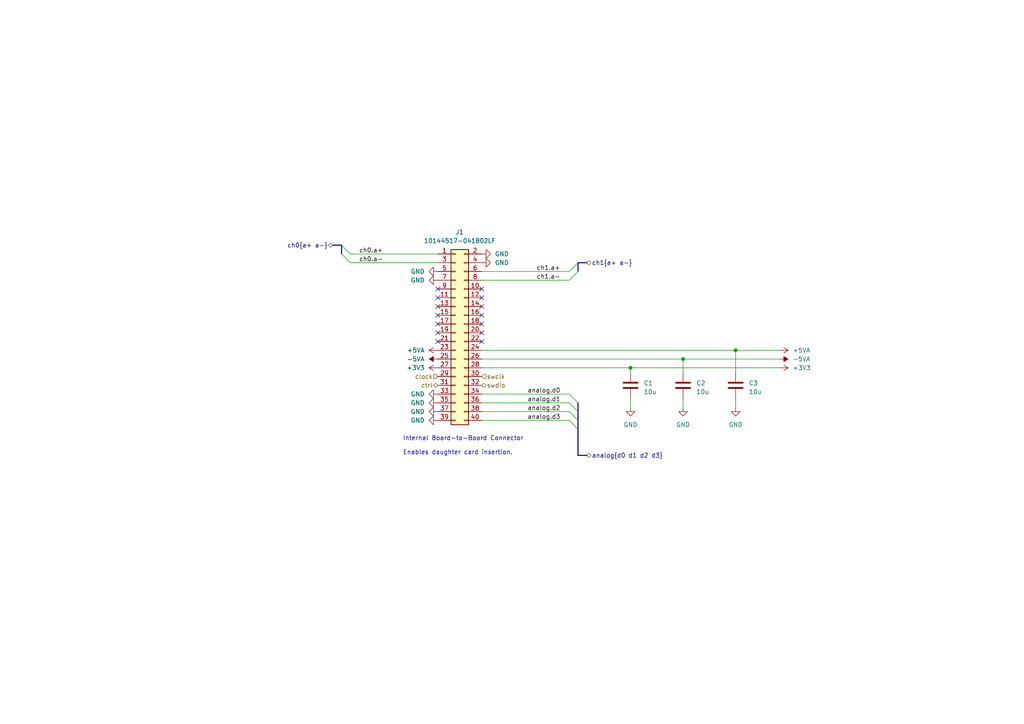
<source format=kicad_sch>
(kicad_sch (version 20221004) (generator eeschema)
  (paper "A4")
  (title_block (title "sin(π)") (date "2022-11-23") (rev "draft 0") (company "Porucha"))
  (lib_symbols
    (symbol "Connector_Generic:Conn_02x20_Odd_Even" (pin_names (offset 1.016) hide)
      (property "Reference" "J" (at 1.27 25.4 0))
      (property "Value" "Conn_02x20_Odd_Even" (at 1.27 -27.94 0))
      (symbol "Conn_02x20_Odd_Even_1_1"
        (rectangle (start -1.27 -25.273) (end 0 -25.527) (stroke (width 0.1524)))
        (rectangle (start -1.27 -22.733) (end 0 -22.987) (stroke (width 0.1524)))
        (rectangle (start -1.27 -20.193) (end 0 -20.447) (stroke (width 0.1524)))
        (rectangle (start -1.27 -17.653) (end 0 -17.907) (stroke (width 0.1524)))
        (rectangle (start -1.27 -15.113) (end 0 -15.367) (stroke (width 0.1524)))
        (rectangle (start -1.27 -12.573) (end 0 -12.827) (stroke (width 0.1524)))
        (rectangle (start -1.27 -10.033) (end 0 -10.287) (stroke (width 0.1524)))
        (rectangle (start -1.27 -7.493) (end 0 -7.747) (stroke (width 0.1524)))
        (rectangle (start -1.27 -4.953) (end 0 -5.207) (stroke (width 0.1524)))
        (rectangle (start -1.27 -2.413) (end 0 -2.667) (stroke (width 0.1524)))
        (rectangle (start -1.27 0.127) (end 0 -0.127) (stroke (width 0.1524)))
        (rectangle (start -1.27 2.667) (end 0 2.413) (stroke (width 0.1524)))
        (rectangle (start -1.27 5.207) (end 0 4.953) (stroke (width 0.1524)))
        (rectangle (start -1.27 7.747) (end 0 7.493) (stroke (width 0.1524)))
        (rectangle (start -1.27 10.287) (end 0 10.033) (stroke (width 0.1524)))
        (rectangle (start -1.27 12.827) (end 0 12.573) (stroke (width 0.1524)))
        (rectangle (start -1.27 15.367) (end 0 15.113) (stroke (width 0.1524)))
        (rectangle (start -1.27 17.907) (end 0 17.653) (stroke (width 0.1524)))
        (rectangle (start -1.27 20.447) (end 0 20.193) (stroke (width 0.1524)))
        (rectangle (start -1.27 22.987) (end 0 22.733) (stroke (width 0.1524)))
        (rectangle (start -1.27 24.13) (end 3.81 -26.67) (stroke (width 0.254)) (fill (type background)))
        (rectangle (start 3.81 -25.273) (end 2.54 -25.527) (stroke (width 0.1524)))
        (rectangle (start 3.81 -22.733) (end 2.54 -22.987) (stroke (width 0.1524)))
        (rectangle (start 3.81 -20.193) (end 2.54 -20.447) (stroke (width 0.1524)))
        (rectangle (start 3.81 -17.653) (end 2.54 -17.907) (stroke (width 0.1524)))
        (rectangle (start 3.81 -15.113) (end 2.54 -15.367) (stroke (width 0.1524)))
        (rectangle (start 3.81 -12.573) (end 2.54 -12.827) (stroke (width 0.1524)))
        (rectangle (start 3.81 -10.033) (end 2.54 -10.287) (stroke (width 0.1524)))
        (rectangle (start 3.81 -7.493) (end 2.54 -7.747) (stroke (width 0.1524)))
        (rectangle (start 3.81 -4.953) (end 2.54 -5.207) (stroke (width 0.1524)))
        (rectangle (start 3.81 -2.413) (end 2.54 -2.667) (stroke (width 0.1524)))
        (rectangle (start 3.81 0.127) (end 2.54 -0.127) (stroke (width 0.1524)))
        (rectangle (start 3.81 2.667) (end 2.54 2.413) (stroke (width 0.1524)))
        (rectangle (start 3.81 5.207) (end 2.54 4.953) (stroke (width 0.1524)))
        (rectangle (start 3.81 7.747) (end 2.54 7.493) (stroke (width 0.1524)))
        (rectangle (start 3.81 10.287) (end 2.54 10.033) (stroke (width 0.1524)))
        (rectangle (start 3.81 12.827) (end 2.54 12.573) (stroke (width 0.1524)))
        (rectangle (start 3.81 15.367) (end 2.54 15.113) (stroke (width 0.1524)))
        (rectangle (start 3.81 17.907) (end 2.54 17.653) (stroke (width 0.1524)))
        (rectangle (start 3.81 20.447) (end 2.54 20.193) (stroke (width 0.1524)))
        (rectangle (start 3.81 22.987) (end 2.54 22.733) (stroke (width 0.1524)))
        (pin passive line (at -5.08 22.86 0) (length 3.81) (name "Pin_1") (number "1"))
        (pin passive line (at 7.62 12.7 180) (length 3.81) (name "Pin_10") (number "10"))
        (pin passive line (at -5.08 10.16 0) (length 3.81) (name "Pin_11") (number "11"))
        (pin passive line (at 7.62 10.16 180) (length 3.81) (name "Pin_12") (number "12"))
        (pin passive line (at -5.08 7.62 0) (length 3.81) (name "Pin_13") (number "13"))
        (pin passive line (at 7.62 7.62 180) (length 3.81) (name "Pin_14") (number "14"))
        (pin passive line (at -5.08 5.08 0) (length 3.81) (name "Pin_15") (number "15"))
        (pin passive line (at 7.62 5.08 180) (length 3.81) (name "Pin_16") (number "16"))
        (pin passive line (at -5.08 2.54 0) (length 3.81) (name "Pin_17") (number "17"))
        (pin passive line (at 7.62 2.54 180) (length 3.81) (name "Pin_18") (number "18"))
        (pin passive line (at -5.08 0 0) (length 3.81) (name "Pin_19") (number "19"))
        (pin passive line (at 7.62 22.86 180) (length 3.81) (name "Pin_2") (number "2"))
        (pin passive line (at 7.62 0 180) (length 3.81) (name "Pin_20") (number "20"))
        (pin passive line (at -5.08 -2.54 0) (length 3.81) (name "Pin_21") (number "21"))
        (pin passive line (at 7.62 -2.54 180) (length 3.81) (name "Pin_22") (number "22"))
        (pin passive line (at -5.08 -5.08 0) (length 3.81) (name "Pin_23") (number "23"))
        (pin passive line (at 7.62 -5.08 180) (length 3.81) (name "Pin_24") (number "24"))
        (pin passive line (at -5.08 -7.62 0) (length 3.81) (name "Pin_25") (number "25"))
        (pin passive line (at 7.62 -7.62 180) (length 3.81) (name "Pin_26") (number "26"))
        (pin passive line (at -5.08 -10.16 0) (length 3.81) (name "Pin_27") (number "27"))
        (pin passive line (at 7.62 -10.16 180) (length 3.81) (name "Pin_28") (number "28"))
        (pin passive line (at -5.08 -12.7 0) (length 3.81) (name "Pin_29") (number "29"))
        (pin passive line (at -5.08 20.32 0) (length 3.81) (name "Pin_3") (number "3"))
        (pin passive line (at 7.62 -12.7 180) (length 3.81) (name "Pin_30") (number "30"))
        (pin passive line (at -5.08 -15.24 0) (length 3.81) (name "Pin_31") (number "31"))
        (pin passive line (at 7.62 -15.24 180) (length 3.81) (name "Pin_32") (number "32"))
        (pin passive line (at -5.08 -17.78 0) (length 3.81) (name "Pin_33") (number "33"))
        (pin passive line (at 7.62 -17.78 180) (length 3.81) (name "Pin_34") (number "34"))
        (pin passive line (at -5.08 -20.32 0) (length 3.81) (name "Pin_35") (number "35"))
        (pin passive line (at 7.62 -20.32 180) (length 3.81) (name "Pin_36") (number "36"))
        (pin passive line (at -5.08 -22.86 0) (length 3.81) (name "Pin_37") (number "37"))
        (pin passive line (at 7.62 -22.86 180) (length 3.81) (name "Pin_38") (number "38"))
        (pin passive line (at -5.08 -25.4 0) (length 3.81) (name "Pin_39") (number "39"))
        (pin passive line (at 7.62 20.32 180) (length 3.81) (name "Pin_4") (number "4"))
        (pin passive line (at 7.62 -25.4 180) (length 3.81) (name "Pin_40") (number "40"))
        (pin passive line (at -5.08 17.78 0) (length 3.81) (name "Pin_5") (number "5"))
        (pin passive line (at 7.62 17.78 180) (length 3.81) (name "Pin_6") (number "6"))
        (pin passive line (at -5.08 15.24 0) (length 3.81) (name "Pin_7") (number "7"))
        (pin passive line (at 7.62 15.24 180) (length 3.81) (name "Pin_8") (number "8"))
        (pin passive line (at -5.08 12.7 0) (length 3.81) (name "Pin_9") (number "9"))
      )
    )
    (symbol "Device:C" (pin_numbers hide) (pin_names (offset 0.254))
      (property "Reference" "C" (at 0.635 2.54 0))
      (property "Value" "C" (at 0.635 -2.54 0))
      (symbol "C_0_1"
        (polyline (pts (xy -2.032 -0.762) (xy 2.032 -0.762)) (stroke (width 0.508)))
        (polyline (pts (xy -2.032 0.762) (xy 2.032 0.762)) (stroke (width 0.508)))
      )
      (symbol "C_1_1"
        (pin passive line (at 0 3.81 270) (length 2.794) (name "~") (number "1"))
        (pin passive line (at 0 -3.81 90) (length 2.794) (name "~") (number "2"))
      )
    )
    (symbol "power:+3V3" (power) (pin_names (offset 0))
      (property "Value" "+3V3" (at 0 3.556 0))
      (symbol "+3V3_0_1"
        (polyline (pts (xy -0.762 1.27) (xy 0 2.54)))
        (polyline (pts (xy 0 0) (xy 0 2.54)))
        (polyline (pts (xy 0 2.54) (xy 0.762 1.27)))
      )
      (symbol "+3V3_1_1"
        (pin power_in line (at 0 0 90) (length 0) hide (name "+3V3") (number "1"))
      )
    )
    (symbol "power:+5VA" (power) (pin_names (offset 0))
      (property "Value" "+5VA" (at 0 3.556 0))
      (symbol "+5VA_0_1"
        (polyline (pts (xy -0.762 1.27) (xy 0 2.54)))
        (polyline (pts (xy 0 0) (xy 0 2.54)))
        (polyline (pts (xy 0 2.54) (xy 0.762 1.27)))
      )
      (symbol "+5VA_1_1"
        (pin power_in line (at 0 0 90) (length 0) hide (name "+5VA") (number "1"))
      )
    )
    (symbol "power:-5VA" (power) (pin_names (offset 0))
      (property "Value" "-5VA" (at 0 3.81 0))
      (symbol "-5VA_0_0"
        (pin power_in line (at 0 0 90) (length 0) hide (name "-5VA") (number "1"))
      )
      (symbol "-5VA_0_1"
        (polyline (pts (xy 0 0) (xy 0 1.27) (xy 0.762 1.27) (xy 0 2.54) (xy -0.762 1.27) (xy 0 1.27)) (fill (type outline)))
      )
    )
    (symbol "power:GND" (power) (pin_names (offset 0))
      (property "Value" "GND" (at 0 -3.81 0))
      (symbol "GND_0_1"
        (polyline (pts (xy 0 0) (xy 0 -1.27) (xy 1.27 -1.27) (xy 0 -2.54) (xy -1.27 -1.27) (xy 0 -1.27)))
      )
      (symbol "GND_1_1"
        (pin power_in line (at 0 0 270) (length 0) hide (name "GND") (number "1"))
      )
    )
  )
  (junction (at 182.88 106.68))
  (junction (at 198.12 104.14))
  (junction (at 213.36 101.6))
  (no_connect (at 139.7 83.82))
  (no_connect (at 127 93.98))
  (no_connect (at 127 83.82))
  (no_connect (at 139.7 93.98))
  (no_connect (at 139.7 91.44))
  (no_connect (at 139.7 88.9))
  (no_connect (at 139.7 99.06))
  (no_connect (at 139.7 86.36))
  (no_connect (at 127 86.36))
  (no_connect (at 139.7 96.52))
  (no_connect (at 127 96.52))
  (no_connect (at 127 99.06))
  (no_connect (at 127 88.9))
  (no_connect (at 127 91.44))
  (bus_entry (at 165.1 116.84) (size 2.54 2.54))
  (bus_entry (at 101.6 76.2) (size -2.54 -2.54))
  (bus_entry (at 165.1 114.3) (size 2.54 2.54))
  (bus_entry (at 165.1 119.38) (size 2.54 2.54))
  (bus_entry (at 165.1 81.28) (size 2.54 -2.54))
  (bus_entry (at 101.6 73.66) (size -2.54 -2.54))
  (bus_entry (at 165.1 78.74) (size 2.54 -2.54))
  (bus_entry (at 165.1 121.92) (size 2.54 2.54))
  (wire (pts (xy 139.7 114.3) (xy 165.1 114.3)))
  (wire (pts (xy 139.7 116.84) (xy 165.1 116.84)))
  (wire (pts (xy 139.7 104.14) (xy 198.12 104.14)))
  (wire (pts (xy 198.12 115.57) (xy 198.12 118.11)))
  (wire (pts (xy 182.88 106.68) (xy 182.88 107.95)))
  (wire (pts (xy 139.7 106.68) (xy 182.88 106.68)))
  (wire (pts (xy 101.6 73.66) (xy 127 73.66)))
  (bus (pts (xy 96.52 71.12) (xy 99.06 71.12)))
  (wire (pts (xy 198.12 104.14) (xy 226.06 104.14)))
  (wire (pts (xy 213.36 101.6) (xy 213.36 107.95)))
  (wire (pts (xy 139.7 121.92) (xy 165.1 121.92)))
  (wire (pts (xy 165.1 78.74) (xy 139.7 78.74)))
  (wire (pts (xy 139.7 81.28) (xy 165.1 81.28)))
  (wire (pts (xy 213.36 101.6) (xy 226.06 101.6)))
  (wire (pts (xy 101.6 76.2) (xy 127 76.2)))
  (wire (pts (xy 182.88 106.68) (xy 226.06 106.68)))
  (wire (pts (xy 139.7 119.38) (xy 165.1 119.38)))
  (bus (pts (xy 167.64 116.84) (xy 167.64 119.38)))
  (bus (pts (xy 167.64 132.08) (xy 170.18 132.08)))
  (bus (pts (xy 167.64 119.38) (xy 167.64 121.92)))
  (bus (pts (xy 99.06 73.66) (xy 99.06 71.12)))
  (wire (pts (xy 139.7 101.6) (xy 213.36 101.6)))
  (bus (pts (xy 167.64 121.92) (xy 167.64 124.46)))
  (bus (pts (xy 167.64 78.74) (xy 167.64 76.2)))
  (wire (pts (xy 198.12 104.14) (xy 198.12 107.95)))
  (wire (pts (xy 182.88 118.11) (xy 182.88 115.57)))
  (wire (pts (xy 213.36 115.57) (xy 213.36 118.11)))
  (bus (pts (xy 167.64 124.46) (xy 167.64 132.08)))
  (bus (pts (xy 167.64 76.2) (xy 170.18 76.2)))
  (text "Internal Board-to-Board Connector\n\nEnables daughter card insertion." (at 116.84 132.08 0) (effects (font (size 1.27 1.27)) (justify left bottom)))
  (label "ch1.a-" (at 162.56 81.28 180))
  (label "analog.d3" (at 162.56 121.92 180))
  (label "analog.d2" (at 162.56 119.38 180))
  (label "analog.d1" (at 162.56 116.84 180))
  (label "analog.d0" (at 162.56 114.3 180))
  (label "ch0.a-" (at 104.14 76.2 0))
  (label "ch1.a+" (at 162.56 78.74 180))
  (label "ch0.a+" (at 104.14 73.66 0))
  (hierarchical_label "swclk" (shape input) (at 139.7 109.22 0))
  (hierarchical_label "ch0{a+ a-}" (shape bidirectional) (at 96.52 71.12 180))
  (hierarchical_label "ctrl" (shape bidirectional) (at 127 111.76 180))
  (hierarchical_label "analog{d0 d1 d2 d3}" (shape bidirectional) (at 170.18 132.08 0))
  (hierarchical_label "ch1{a+ a-}" (shape bidirectional) (at 170.18 76.2 0))
  (hierarchical_label "clock" (shape input) (at 127 109.22 180))
  (hierarchical_label "swdio" (shape bidirectional) (at 139.7 111.76 0))
  (symbol (lib_id "power:GND") (at 127 119.38 270) (mirror x) (unit 1)
    (property "Reference" "#PWR013" (effects hide))
    (property "Value" "GND" (at 123.19 119.38 90) (effects (justify right)))
    (instances (project "sinpi" (path "" (reference "#PWR013") (unit 1) (value "GND") (footprint "")) (path "" (reference "#PWR013") (unit 1) (value "GND") (footprint "")) (path "" (reference "#PWR059") (unit 1) (value "GND") (footprint ""))))
  )
  (symbol (lib_id "Device:C") (at 182.88 111.76 0) (mirror y) (unit 1)
    (property "Reference" "C1" (at 186.69 111.125 0) (effects (justify right)))
    (property "Value" "10u" (at 186.69 113.665 0) (effects (justify right)))
    (instances (project "sinpi" (path "" (reference "C1") (unit 1) (value "10u") (footprint "")) (path "" (reference "C1") (unit 1) (value "10u") (footprint "")) (path "" (reference "C65") (unit 1) (value "10u") (footprint ""))))
  )
  (symbol (lib_id "power:+3V3") (at 127 106.68 90) (mirror x) (unit 1)
    (property "Reference" "#PWR021" (effects hide))
    (property "Value" "+3V3" (at 123.19 106.68 90) (effects (justify left)))
    (instances (project "sinpi" (path "" (reference "#PWR021") (unit 1) (value "+3V3") (footprint "")) (path "" (reference "#PWR021") (unit 1) (value "+3V3") (footprint "")) (path "" (reference "#PWR056") (unit 1) (value "+3V3") (footprint ""))))
  )
  (symbol (lib_id "power:GND") (at 127 116.84 270) (mirror x) (unit 1)
    (property "Reference" "#PWR012" (effects hide))
    (property "Value" "GND" (at 123.19 116.84 90) (effects (justify right)))
    (instances (project "sinpi" (path "" (reference "#PWR012") (unit 1) (value "GND") (footprint "")) (path "" (reference "#PWR012") (unit 1) (value "GND") (footprint "")) (path "" (reference "#PWR058") (unit 1) (value "GND") (footprint ""))))
  )
  (symbol (lib_id "Device:C") (at 213.36 111.76 0) (mirror y) (unit 1)
    (property "Reference" "C3" (at 217.17 111.125 0) (effects (justify right)))
    (property "Value" "10u" (at 217.17 113.665 0) (effects (justify right)))
    (instances (project "sinpi" (path "" (reference "C3") (unit 1) (value "10u") (footprint "")) (path "" (reference "C3") (unit 1) (value "10u") (footprint "")) (path "" (reference "C67") (unit 1) (value "10u") (footprint ""))))
  )
  (symbol (lib_id "power:+5VA") (at 226.06 101.6 270) (unit 1)
    (property "Reference" "#PWR025" (effects hide))
    (property "Value" "+5VA" (at 229.87 101.6 90) (effects (justify left)))
    (instances (project "sinpi" (path "" (reference "#PWR025") (unit 1) (value "+5VA") (footprint "")) (path "" (reference "#PWR025") (unit 1) (value "+5VA") (footprint "")) (path "" (reference "#PWR068") (unit 1) (value "+5VA") (footprint ""))))
  )
  (symbol (lib_id "Connector_Generic:Conn_02x20_Odd_Even") (at 132.08 96.52 0) (unit 1)
    (property "Reference" "J1" (at 133.35 67.31 0))
    (property "Value" "10144517-041802LF" (at 133.35 69.85 0))
    (instances (project "sinpi" (path "" (reference "J1") (unit 1) (value "10144517-041802LF") (footprint "")) (path "" (reference "J2") (unit 1) (value "10144517-041802LF") (footprint "")) (path "" (reference "J10") (unit 1) (value "10144517-041802LF") (footprint ""))))
  )
  (symbol (lib_id "Device:C") (at 198.12 111.76 0) (mirror y) (unit 1)
    (property "Reference" "C2" (at 201.93 111.125 0) (effects (justify right)))
    (property "Value" "10u" (at 201.93 113.665 0) (effects (justify right)))
    (instances (project "sinpi" (path "" (reference "C2") (unit 1) (value "10u") (footprint "")) (path "" (reference "C2") (unit 1) (value "10u") (footprint "")) (path "" (reference "C66") (unit 1) (value "10u") (footprint ""))))
  )
  (symbol (lib_id "power:+3V3") (at 226.06 106.68 270) (unit 1)
    (property "Reference" "#PWR01" (effects hide))
    (property "Value" "+3V3" (at 229.87 106.68 90) (effects (justify left)))
    (instances (project "sinpi" (path "" (reference "#PWR01") (unit 1) (value "+3V3") (footprint "")) (path "" (reference "#PWR01") (unit 1) (value "+3V3") (footprint "")) (path "" (reference "#PWR070") (unit 1) (value "+3V3") (footprint ""))))
  )
  (symbol (lib_id "power:GND") (at 127 114.3 270) (mirror x) (unit 1)
    (property "Reference" "#PWR011" (effects hide))
    (property "Value" "GND" (at 123.19 114.3 90) (effects (justify right)))
    (instances (project "sinpi" (path "" (reference "#PWR011") (unit 1) (value "GND") (footprint "")) (path "" (reference "#PWR011") (unit 1) (value "GND") (footprint "")) (path "" (reference "#PWR057") (unit 1) (value "GND") (footprint ""))))
  )
  (symbol (lib_id "power:GND") (at 127 81.28 270) (mirror x) (unit 1)
    (property "Reference" "#PWR04" (effects hide))
    (property "Value" "GND" (at 123.19 81.28 90) (effects (justify right)))
    (instances (project "sinpi" (path "" (reference "#PWR04") (unit 1) (value "GND") (footprint "")) (path "" (reference "#PWR04") (unit 1) (value "GND") (footprint "")) (path "" (reference "#PWR010") (unit 1) (value "GND") (footprint ""))))
  )
  (symbol (lib_id "power:-5VA") (at 127 104.14 90) (unit 1)
    (property "Reference" "#PWR09" (effects hide))
    (property "Value" "-5VA" (at 123.19 104.14 90) (effects (justify left)))
    (instances (project "sinpi" (path "" (reference "#PWR09") (unit 1) (value "-5VA") (footprint "")) (path "" (reference "#PWR09") (unit 1) (value "-5VA") (footprint "")) (path "" (reference "#PWR055") (unit 1) (value "-5VA") (footprint ""))))
  )
  (symbol (lib_id "power:-5VA") (at 226.06 104.14 270) (unit 1)
    (property "Reference" "#PWR026" (effects hide))
    (property "Value" "-5VA" (at 229.87 104.14 90) (effects (justify left)))
    (instances (project "sinpi" (path "" (reference "#PWR026") (unit 1) (value "-5VA") (footprint "")) (path "" (reference "#PWR026") (unit 1) (value "-5VA") (footprint "")) (path "" (reference "#PWR069") (unit 1) (value "-5VA") (footprint ""))))
  )
  (symbol (lib_id "power:+5VA") (at 127 101.6 90) (unit 1)
    (property "Reference" "#PWR08" (effects hide))
    (property "Value" "+5VA" (at 123.19 101.6 90) (effects (justify left)))
    (instances (project "sinpi" (path "" (reference "#PWR08") (unit 1) (value "+5VA") (footprint "")) (path "" (reference "#PWR08") (unit 1) (value "+5VA") (footprint "")) (path "" (reference "#PWR022") (unit 1) (value "+5VA") (footprint ""))))
  )
  (symbol (lib_id "power:GND") (at 139.7 76.2 90) (unit 1)
    (property "Reference" "#PWR016" (effects hide))
    (property "Value" "GND" (at 143.51 76.2 90) (effects (justify right)))
    (instances (project "sinpi" (path "" (reference "#PWR016") (unit 1) (value "GND") (footprint "")) (path "" (reference "#PWR016") (unit 1) (value "GND") (footprint "")) (path "" (reference "#PWR062") (unit 1) (value "GND") (footprint ""))))
  )
  (symbol (lib_id "power:GND") (at 127 121.92 270) (mirror x) (unit 1)
    (property "Reference" "#PWR014" (effects hide))
    (property "Value" "GND" (at 123.19 121.92 90) (effects (justify right)))
    (instances (project "sinpi" (path "" (reference "#PWR014") (unit 1) (value "GND") (footprint "")) (path "" (reference "#PWR014") (unit 1) (value "GND") (footprint "")) (path "" (reference "#PWR060") (unit 1) (value "GND") (footprint ""))))
  )
  (symbol (lib_id "power:GND") (at 198.12 118.11 0) (unit 1)
    (property "Reference" "#PWR023" (effects hide))
    (property "Value" "GND" (at 198.12 123.19 0))
    (instances (project "sinpi" (path "" (reference "#PWR023") (unit 1) (value "GND") (footprint "")) (path "" (reference "#PWR023") (unit 1) (value "GND") (footprint "")) (path "" (reference "#PWR066") (unit 1) (value "GND") (footprint ""))))
  )
  (symbol (lib_id "power:GND") (at 139.7 73.66 90) (unit 1)
    (property "Reference" "#PWR015" (effects hide))
    (property "Value" "GND" (at 143.51 73.66 90) (effects (justify right)))
    (instances (project "sinpi" (path "" (reference "#PWR015") (unit 1) (value "GND") (footprint "")) (path "" (reference "#PWR015") (unit 1) (value "GND") (footprint "")) (path "" (reference "#PWR061") (unit 1) (value "GND") (footprint ""))))
  )
  (symbol (lib_id "power:GND") (at 182.88 118.11 0) (mirror y) (unit 1)
    (property "Reference" "#PWR02" (effects hide))
    (property "Value" "GND" (at 182.88 123.19 0))
    (instances (project "sinpi" (path "" (reference "#PWR02") (unit 1) (value "GND") (footprint "")) (path "" (reference "#PWR02") (unit 1) (value "GND") (footprint "")) (path "" (reference "#PWR065") (unit 1) (value "GND") (footprint ""))))
  )
  (symbol (lib_id "power:GND") (at 213.36 118.11 0) (unit 1)
    (property "Reference" "#PWR024" (effects hide))
    (property "Value" "GND" (at 213.36 123.19 0))
    (instances (project "sinpi" (path "" (reference "#PWR024") (unit 1) (value "GND") (footprint "")) (path "" (reference "#PWR024") (unit 1) (value "GND") (footprint "")) (path "" (reference "#PWR067") (unit 1) (value "GND") (footprint ""))))
  )
  (symbol (lib_id "power:GND") (at 127 78.74 270) (mirror x) (unit 1)
    (property "Reference" "#PWR03" (effects hide))
    (property "Value" "GND" (at 123.19 78.74 90) (effects (justify right)))
    (instances (project "sinpi" (path "" (reference "#PWR03") (unit 1) (value "GND") (footprint "")) (path "" (reference "#PWR03") (unit 1) (value "GND") (footprint "")) (path "" (reference "#PWR07") (unit 1) (value "GND") (footprint ""))))
  )
)
</source>
